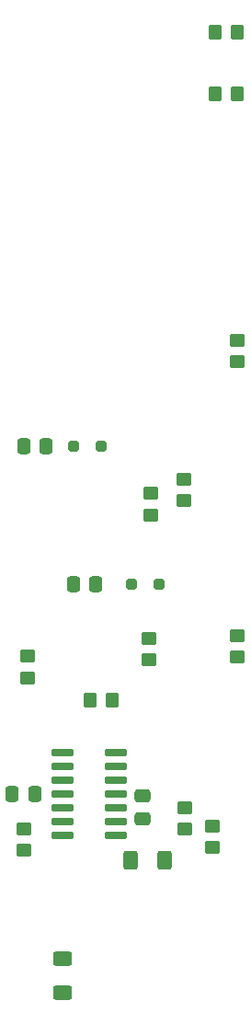
<source format=gbp>
G04 #@! TF.GenerationSoftware,KiCad,Pcbnew,7.0.9*
G04 #@! TF.CreationDate,2023-12-28T16:55:22-08:00*
G04 #@! TF.ProjectId,breadboard audio breakout,62726561-6462-46f6-9172-642061756469,rev?*
G04 #@! TF.SameCoordinates,Original*
G04 #@! TF.FileFunction,Paste,Bot*
G04 #@! TF.FilePolarity,Positive*
%FSLAX46Y46*%
G04 Gerber Fmt 4.6, Leading zero omitted, Abs format (unit mm)*
G04 Created by KiCad (PCBNEW 7.0.9) date 2023-12-28 16:55:22*
%MOMM*%
%LPD*%
G01*
G04 APERTURE LIST*
G04 Aperture macros list*
%AMRoundRect*
0 Rectangle with rounded corners*
0 $1 Rounding radius*
0 $2 $3 $4 $5 $6 $7 $8 $9 X,Y pos of 4 corners*
0 Add a 4 corners polygon primitive as box body*
4,1,4,$2,$3,$4,$5,$6,$7,$8,$9,$2,$3,0*
0 Add four circle primitives for the rounded corners*
1,1,$1+$1,$2,$3*
1,1,$1+$1,$4,$5*
1,1,$1+$1,$6,$7*
1,1,$1+$1,$8,$9*
0 Add four rect primitives between the rounded corners*
20,1,$1+$1,$2,$3,$4,$5,0*
20,1,$1+$1,$4,$5,$6,$7,0*
20,1,$1+$1,$6,$7,$8,$9,0*
20,1,$1+$1,$8,$9,$2,$3,0*%
G04 Aperture macros list end*
%ADD10RoundRect,0.250000X-0.450000X0.350000X-0.450000X-0.350000X0.450000X-0.350000X0.450000X0.350000X0*%
%ADD11RoundRect,0.250000X-0.337500X-0.475000X0.337500X-0.475000X0.337500X0.475000X-0.337500X0.475000X0*%
%ADD12RoundRect,0.250000X-0.350000X-0.450000X0.350000X-0.450000X0.350000X0.450000X-0.350000X0.450000X0*%
%ADD13RoundRect,0.250000X-0.250000X-0.250000X0.250000X-0.250000X0.250000X0.250000X-0.250000X0.250000X0*%
%ADD14RoundRect,0.250000X0.450000X-0.350000X0.450000X0.350000X-0.450000X0.350000X-0.450000X-0.350000X0*%
%ADD15RoundRect,0.250000X-0.400000X-0.625000X0.400000X-0.625000X0.400000X0.625000X-0.400000X0.625000X0*%
%ADD16RoundRect,0.250000X0.350000X0.450000X-0.350000X0.450000X-0.350000X-0.450000X0.350000X-0.450000X0*%
%ADD17RoundRect,0.250000X-0.475000X0.337500X-0.475000X-0.337500X0.475000X-0.337500X0.475000X0.337500X0*%
%ADD18RoundRect,0.250000X-0.625000X0.400000X-0.625000X-0.400000X0.625000X-0.400000X0.625000X0.400000X0*%
%ADD19RoundRect,0.090000X0.895000X0.210000X-0.895000X0.210000X-0.895000X-0.210000X0.895000X-0.210000X0*%
G04 APERTURE END LIST*
D10*
X98552000Y-112538000D03*
X98552000Y-114538000D03*
D11*
X85949801Y-126873000D03*
X88024801Y-126873000D03*
D12*
X93107000Y-118237000D03*
X95107000Y-118237000D03*
D13*
X96921000Y-107569000D03*
X99421000Y-107569000D03*
D14*
X98679000Y-101203000D03*
X98679000Y-99203000D03*
D15*
X96849600Y-132969000D03*
X99949600Y-132969000D03*
D16*
X106664000Y-62484000D03*
X104664000Y-62484000D03*
D10*
X86995000Y-130064000D03*
X86995000Y-132064000D03*
D17*
X97917000Y-127080100D03*
X97917000Y-129155100D03*
D11*
X91545500Y-107569000D03*
X93620500Y-107569000D03*
D10*
X101854000Y-128133600D03*
X101854000Y-130133600D03*
X101727000Y-97917000D03*
X101727000Y-99917000D03*
X106680000Y-112284000D03*
X106680000Y-114284000D03*
D18*
X90551000Y-142061000D03*
X90551000Y-145161000D03*
D13*
X91587000Y-94869000D03*
X94087000Y-94869000D03*
D11*
X86973500Y-94869000D03*
X89048500Y-94869000D03*
D10*
X87376000Y-114189000D03*
X87376000Y-116189000D03*
D16*
X106664000Y-56769000D03*
X104664000Y-56769000D03*
D10*
X104394000Y-129810000D03*
X104394000Y-131810000D03*
X106680000Y-85106000D03*
X106680000Y-87106000D03*
D19*
X95504000Y-123063000D03*
X95504000Y-124333000D03*
X95504000Y-125603000D03*
X95504000Y-126873000D03*
X95504000Y-128143000D03*
X95504000Y-129413000D03*
X95504000Y-130683000D03*
X90554000Y-130683000D03*
X90554000Y-129413000D03*
X90554000Y-128143000D03*
X90554000Y-126873000D03*
X90554000Y-125603000D03*
X90554000Y-124333000D03*
X90554000Y-123063000D03*
M02*

</source>
